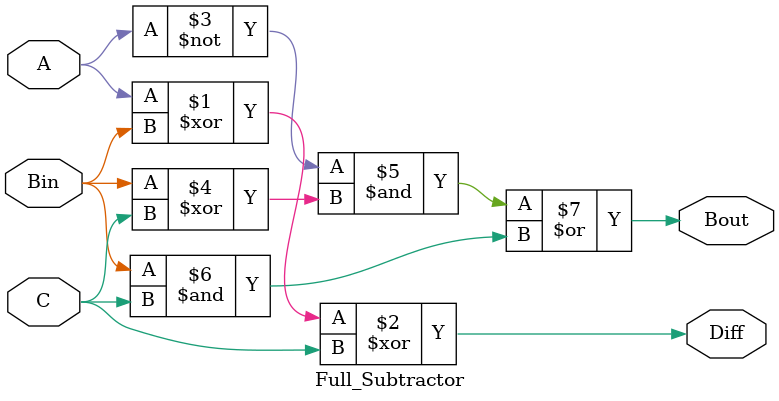
<source format=v>
`timescale 1ns / 1ps


module Full_Subtractor(A,Bin,C,Diff,Bout);
input A,Bin,C;
output Diff,Bout;
//wire w1,w2,w3,w4;
assign Diff = (A^Bin^C);
assign Bout = (~A&(Bin^C)|(Bin&C));
/*xor x1(w1,Bin,C);
xor x2(Diff,w1,A);
and a1(w2,Bin,C);
not n1(w3,A);
and a2(w4,w1,w3);
or o1(Bout,w2,w3);*/
endmodule

</source>
